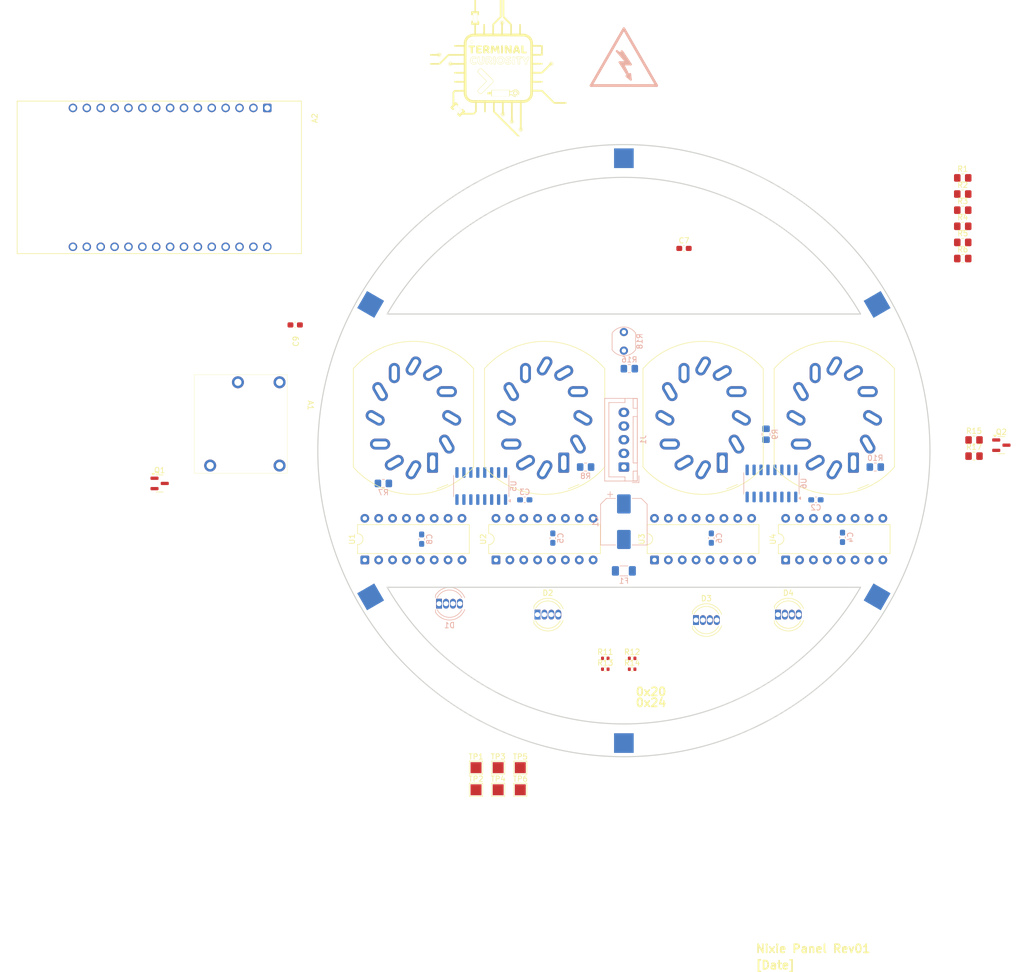
<source format=kicad_pcb>
(kicad_pcb (version 20241229) (generator "pcbnew") (generator_version "9.0")
  (layers (0 "F.Cu" signal) (2 "B.Cu" signal) (13 "F.Paste" user) (15 "B.Paste" user) (5 "F.SilkS" user "F.Silkscreen") (7 "B.SilkS" user "B.Silkscreen") (1 "F.Mask" user) (3 "B.Mask" user) (25 "Edge.Cuts" user))
  (net 0 "")
  (net 1 "+5V")
  (net 2 "GND")
  (net 3 "/Tube Pair HH/+170V")
  (net 4 "Net-(Q1-D)")
  (net 6 "+3.3V")
  (net 7 "/I2C_SCL1")
  (net 14 "Net-(A2-GPIO32)")
  (net 17 "/INT2")
  (net 19 "/I2C_SDA2")
  (net 23 "/I2C_SCL2")
  (net 24 "/I2C_SDA1")
  (net 29 "Net-(A2-GPIO23)")
  (net 31 "/5V_IN")
  (net 32 "Net-(N4-V+)")
  (net 35 "Net-(D1-DOUT)")
  (net 36 "Net-(D1-DIN)")
  (net 37 "Net-(D2-DOUT)")
  (net 38 "Net-(D3-DOUT)")
  (net 40 "Net-(N1-'3')")
  (net 41 "Net-(N1-'5')")
  (net 42 "Net-(N1-V+)")
  (net 43 "Net-(N1-'8')")
  (net 44 "Net-(N1-'4')")
  (net 45 "Net-(N1-'7')")
  (net 46 "Net-(N1-'0')")
  (net 47 "Net-(N1-'9')")
  (net 48 "Net-(N1-'1')")
  (net 49 "Net-(N1-'6')")
  (net 50 "Net-(N1-'2')")
  (net 52 "Net-(N2-'7')")
  (net 53 "Net-(N2-'2')")
  (net 54 "Net-(N2-'4')")
  (net 56 "Net-(N2-V+)")
  (net 57 "Net-(N2-'3')")
  (net 58 "Net-(N2-'5')")
  (net 59 "Net-(N2-'6')")
  (net 60 "Net-(N2-'0')")
  (net 61 "Net-(N2-'8')")
  (net 62 "Net-(N2-'1')")
  (net 63 "Net-(N2-'9')")
  (net 64 "Net-(N3-'6')")
  (net 65 "Net-(N3-'7')")
  (net 67 "Net-(N3-V+)")
  (net 68 "Net-(N3-'5')")
  (net 69 "Net-(N3-'0')")
  (net 70 "Net-(N3-'3')")
  (net 71 "Net-(N3-'9')")
  (net 72 "Net-(N3-'1')")
  (net 73 "Net-(N3-'4')")
  (net 74 "Net-(N3-'2')")
  (net 75 "Net-(N3-'8')")
  (net 76 "Net-(N4-'5')")
  (net 77 "Net-(N4-'7')")
  (net 78 "Net-(N4-'6')")
  (net 79 "Net-(N4-'4')")
  (net 80 "Net-(N4-'1')")
  (net 81 "Net-(N4-'8')")
  (net 82 "Net-(N4-'0')")
  (net 83 "Net-(N4-'2')")
  (net 84 "Net-(N4-'9')")
  (net 85 "Net-(N4-'3')")
  (net 86 "Net-(U1-D)")
  (net 87 "Net-(U1-A)")
  (net 88 "Net-(U1-C)")
  (net 89 "Net-(U1-B)")
  (net 90 "Net-(U2-D)")
  (net 91 "Net-(U2-B)")
  (net 92 "Net-(U2-C)")
  (net 93 "Net-(U2-A)")
  (net 94 "Net-(U3-A)")
  (net 95 "Net-(U3-D)")
  (net 96 "Net-(U3-C)")
  (net 97 "Net-(U3-B)")
  (net 98 "Net-(U4-A)")
  (net 99 "Net-(U4-D)")
  (net 100 "Net-(U4-C)")
  (net 101 "Net-(U4-B)")
  (net 103 "Net-(U5-A2)")
  (net 104 "Net-(U6-A2)")
  (net 105 "/LED-Data_3V3")
  (net 106 "/LED-Data_5V")
  (footprint "TerminalCuriosityFootprints:in-12_nixie-tube" (layer "F.Cu") (at 144.5 94)
    (property "Reference" "N3" (hide yes))
    (property "Value" "TUBE_IN-12A_Nixie" (hide yes))
    (pad "" np_thru_hole circle (at 0 0) (size 0.1 0.1) (drill 6.5) (layers "*.Cu" "*.Mask"))
    (pad "1" thru_hole roundrect (at 3.5 8.2) (size 2 3.7) (drill oval 1 2.7) (layers "*.Cu" "*.Mask") (roundrect_rratio 0.125) (net 67 "Net-(N3-V+)"))
    (pad "2" thru_hole oval (at 6.1 4.8 30) (size 2 3.7) (drill oval 1 2.7) (layers "*.Cu" "*.Mask") (net 69 "Net-(N3-'0')"))
    (pad "3" thru_hole oval (at 7 0 60) (size 2 3.7) (drill oval 1 2.7) (layers "*.Cu" "*.Mask") (net 71 "Net-(N3-'9')"))
    (pad "4" thru_hole oval (at 6.1 -4.8 90) (size 2 3.7) (drill oval 1 2.7) (layers "*.Cu" "*.Mask") (net 75 "Net-(N3-'8')"))
    (pad "5" thru_hole oval (at 3.5 -8.2 120) (size 2 3.7) (drill oval 1 2.7) (layers "*.Cu" "*.Mask") (net 65 "Net-(N3-'7')"))
    (pad "6" thru_hole oval (at 0 -9.5 150) (size 2 3.7) (drill oval 1 2.7) (layers "*.Cu" "*.Mask") (net 64 "Net-(N3-'6')"))
    (pad "7" thru_hole oval (at -3.5 -8.2) (size 2 3.7) (drill oval 1 2.7) (layers "*.Cu" "*.Mask") (net 68 "Net-(N3-'5')"))
    (pad "8" thru_hole oval (at -6.1 -4.8 30) (size 2 3.7) (drill oval 1 2.7) (layers "*.Cu" "*.Mask") (net 73 "Net-(N3-'4')"))
    (pad "9" thru_hole oval (at -7 0 60) (size 2 3.7) (drill oval 1 2.7) (layers "*.Cu" "*.Mask") (net 70 "Net-(N3-'3')"))
    (pad "10" thru_hole oval (at -6.1 4.8 90) (size 2 3.7) (drill oval 1 2.7) (layers "*.Cu" "*.Mask") (net 74 "Net-(N3-'2')"))
    (pad "11" thru_hole oval (at -3.5 8.2 120) (size 2 3.7) (drill oval 1 2.7) (layers "*.Cu" "*.Mask") (net 72 "Net-(N3-'1')"))
    (pad "12" thru_hole oval (at 0 9.5 150) (size 2 3.7) (drill oval 1 2.7) (layers "*.Cu" "*.Mask"))
  )
  (footprint "Package_DIP:DIP-16_W7.62mm" (layer "F.Cu") (at 82.6 120 90)
    (property "Reference" "U1" (at 3.81 -2.33 90) (layer "F.SilkS"))
    (property "Value" "K155ID1")
    (pad "1" thru_hole roundrect (at 0 0 90) (size 1.6 1.6) (drill 0.8) (layers "*.Cu" "*.Mask") (roundrect_rratio 0.15625) (net 47 "Net-(N1-'9')"))
    (pad "2" thru_hole circle (at 0 2.54 90) (size 1.6 1.6) (drill 0.8) (layers "*.Cu" "*.Mask") (net 46 "Net-(N1-'0')"))
    (pad "3" thru_hole circle (at 0 5.08 90) (size 1.6 1.6) (drill 0.8) (layers "*.Cu" "*.Mask") (net 87 "Net-(U1-A)"))
    (pad "4" thru_hole circle (at 0 7.62 90) (size 1.6 1.6) (drill 0.8) (layers "*.Cu" "*.Mask") (net 86 "Net-(U1-D)"))
    (pad "5" thru_hole circle (at 0 10.16 90) (size 1.6 1.6) (drill 0.8) (layers "*.Cu" "*.Mask") (net 1 "+5V"))
    (pad "6" thru_hole circle (at 0 12.7 90) (size 1.6 1.6) (drill 0.8) (layers "*.Cu" "*.Mask") (net 89 "Net-(U1-B)"))
    (pad "7" thru_hole circle (at 0 15.24 90) (size 1.6 1.6) (drill 0.8) (layers "*.Cu" "*.Mask") (net 88 "Net-(U1-C)"))
    (pad "8" thru_hole circle (at 0 17.78 90) (size 1.6 1.6) (drill 0.8) (layers "*.Cu" "*.Mask") (net 40 "Net-(N1-'3')"))
    (pad "9" thru_hole circle (at 7.62 17.78 90) (size 1.6 1.6) (drill 0.8) (layers "*.Cu" "*.Mask") (net 44 "Net-(N1-'4')"))
    (pad "10" thru_hole circle (at 7.62 15.24 90) (size 1.6 1.6) (drill 0.8) (layers "*.Cu" "*.Mask") (net 43 "Net-(N1-'8')"))
    (pad "11" thru_hole circle (at 7.62 12.7 90) (size 1.6 1.6) (drill 0.8) (layers "*.Cu" "*.Mask") (net 45 "Net-(N1-'7')"))
    (pad "12" thru_hole circle (at 7.62 10.16 90) (size 1.6 1.6) (drill 0.8) (layers "*.Cu" "*.Mask") (net 2 "GND"))
    (pad "13" thru_hole circle (at 7.62 7.62 90) (size 1.6 1.6) (drill 0.8) (layers "*.Cu" "*.Mask") (net 41 "Net-(N1-'5')"))
    (pad "14" thru_hole circle (at 7.62 5.08 90) (size 1.6 1.6) (drill 0.8) (layers "*.Cu" "*.Mask") (net 49 "Net-(N1-'6')"))
    (pad "15" thru_hole circle (at 7.62 2.54 90) (size 1.6 1.6) (drill 0.8) (layers "*.Cu" "*.Mask") (net 50 "Net-(N1-'2')"))
    (pad "16" thru_hole circle (at 7.62 0 90) (size 1.6 1.6) (drill 0.8) (layers "*.Cu" "*.Mask") (net 48 "Net-(N1-'1')"))
  )
  (footprint "TerminalCuriosityFootprints:in-12_nixie-tube" (layer "F.Cu") (at 91.5 94)
    (property "Reference" "N1" (hide yes))
    (property "Value" "TUBE_IN-12A_Nixie" (hide yes))
    (pad "" np_thru_hole circle (at 0 0) (size 0.1 0.1) (drill 6.5) (layers "*.Cu" "*.Mask"))
    (pad "1" thru_hole roundrect (at 3.5 8.2) (size 2 3.7) (drill oval 1 2.7) (layers "*.Cu" "*.Mask") (roundrect_rratio 0.125) (net 42 "Net-(N1-V+)"))
    (pad "2" thru_hole oval (at 6.1 4.8 30) (size 2 3.7) (drill oval 1 2.7) (layers "*.Cu" "*.Mask") (net 46 "Net-(N1-'0')"))
    (pad "3" thru_hole oval (at 7 0 60) (size 2 3.7) (drill oval 1 2.7) (layers "*.Cu" "*.Mask") (net 47 "Net-(N1-'9')"))
    (pad "4" thru_hole oval (at 6.1 -4.8 90) (size 2 3.7) (drill oval 1 2.7) (layers "*.Cu" "*.Mask") (net 43 "Net-(N1-'8')"))
    (pad "5" thru_hole oval (at 3.5 -8.2 120) (size 2 3.7) (drill oval 1 2.7) (layers "*.Cu" "*.Mask") (net 45 "Net-(N1-'7')"))
    (pad "6" thru_hole oval (at 0 -9.5 150) (size 2 3.7) (drill oval 1 2.7) (layers "*.Cu" "*.Mask") (net 49 "Net-(N1-'6')"))
    (pad "7" thru_hole oval (at -3.5 -8.2) (size 2 3.7) (drill oval 1 2.7) (layers "*.Cu" "*.Mask") (net 41 "Net-(N1-'5')"))
    (pad "8" thru_hole oval (at -6.1 -4.8 30) (size 2 3.7) (drill oval 1 2.7) (layers "*.Cu" "*.Mask") (net 44 "Net-(N1-'4')"))
    (pad "9" thru_hole oval (at -7 0 60) (size 2 3.7) (drill oval 1 2.7) (layers "*.Cu" "*.Mask") (net 40 "Net-(N1-'3')"))
    (pad "10" thru_hole oval (at -6.1 4.8 90) (size 2 3.7) (drill oval 1 2.7) (layers "*.Cu" "*.Mask") (net 50 "Net-(N1-'2')"))
    (pad "11" thru_hole oval (at -3.5 8.2 120) (size 2 3.7) (drill oval 1 2.7) (layers "*.Cu" "*.Mask") (net 48 "Net-(N1-'1')"))
    (pad "12" thru_hole oval (at 0 9.5 150) (size 2 3.7) (drill oval 1 2.7) (layers "*.Cu" "*.Mask"))
  )
  (footprint "Capacitor_SMD:C_0603_1608Metric_Pad1.08x0.95mm_HandSolder" (layer "F.Cu") (at 69.8625 77)
    (property "Reference" "C9" (at 0.1375 3 90) (layer "F.SilkS"))
    (property "Value" "100nF")
    (pad "1" smd roundrect (at -0.8625 0) (size 1.075 0.95) (layers "F.Cu" "F.Mask" "F.Paste") (net 1 "+5V"))
    (pad "2" smd roundrect (at 0.8625 0) (size 1.075 0.95) (layers "F.Cu" "F.Mask" "F.Paste") (net 2 "GND"))
  )
  (footprint "Resistor_SMD:R_0805_2012Metric_Pad1.20x1.40mm_HandSolder" (layer "F.Cu") (at 194.0625 101)
    (property "Reference" "R17" (at 0 -1.65 0) (layer "F.SilkS"))
    (property "Value" "10k")
    (pad "1" smd roundrect (at -1 0) (size 1.2 1.4) (layers "F.Cu" "F.Mask" "F.Paste") (roundrect_rratio 0.208333) (net 6 "+3.3V"))
    (pad "2" smd roundrect (at 1 0) (size 1.2 1.4) (layers "F.Cu" "F.Mask" "F.Paste") (roundrect_rratio 0.208333) (net 105 "/LED-Data_3V3"))
  )
  (footprint "Resistor_SMD:R_0805_2012Metric_Pad1.20x1.40mm_HandSolder" (layer "F.Cu") (at 192 53.05)
    (property "Reference" "R2" (at 0 -1.65 0) (layer "F.SilkS"))
    (property "Value" "4.7K")
    (pad "1" smd roundrect (at -1 0) (size 1.2 1.4) (layers "F.Cu" "F.Mask" "F.Paste") (roundrect_rratio 0.208333) (net 6 "+3.3V"))
    (pad "2" smd roundrect (at 1 0) (size 1.2 1.4) (layers "F.Cu" "F.Mask" "F.Paste") (roundrect_rratio 0.208333) (net 24 "/I2C_SDA1"))
  )
  (footprint "TerminalCuriosityFootprints:in-12_nixie-tube" (layer "F.Cu") (at 115.5 94)
    (property "Reference" "N2" (hide yes))
    (property "Value" "TUBE_IN-12A_Nixie" (hide yes))
    (pad "" np_thru_hole circle (at 0 0) (size 0.1 0.1) (drill 6.5) (layers "*.Cu" "*.Mask"))
    (pad "1" thru_hole roundrect (at 3.5 8.2) (size 2 3.7) (drill oval 1 2.7) (layers "*.Cu" "*.Mask") (roundrect_rratio 0.125) (net 56 "Net-(N2-V+)"))
    (pad "2" thru_hole oval (at 6.1 4.8 30) (size 2 3.7) (drill oval 1 2.7) (layers "*.Cu" "*.Mask") (net 60 "Net-(N2-'0')"))
    (pad "3" thru_hole oval (at 7 0 60) (size 2 3.7) (drill oval 1 2.7) (layers "*.Cu" "*.Mask") (net 63 "Net-(N2-'9')"))
    (pad "4" thru_hole oval (at 6.1 -4.8 90) (size 2 3.7) (drill oval 1 2.7) (layers "*.Cu" "*.Mask") (net 61 "Net-(N2-'8')"))
    (pad "5" thru_hole oval (at 3.5 -8.2 120) (size 2 3.7) (drill oval 1 2.7) (layers "*.Cu" "*.Mask") (net 52 "Net-(N2-'7')"))
    (pad "6" thru_hole oval (at 0 -9.5 150) (size 2 3.7) (drill oval 1 2.7) (layers "*.Cu" "*.Mask") (net 59 "Net-(N2-'6')"))
    (pad "7" thru_hole oval (at -3.5 -8.2) (size 2 3.7) (drill oval 1 2.7) (layers "*.Cu" "*.Mask") (net 58 "Net-(N2-'5')"))
    (pad "8" thru_hole oval (at -6.1 -4.8 30) (size 2 3.7) (drill oval 1 2.7) (layers "*.Cu" "*.Mask") (net 54 "Net-(N2-'4')"))
    (pad "9" thru_hole oval (at -7 0 60) (size 2 3.7) (drill oval 1 2.7) (layers "*.Cu" "*.Mask") (net 57 "Net-(N2-'3')"))
    (pad "10" thru_hole oval (at -6.1 4.8 90) (size 2 3.7) (drill oval 1 2.7) (layers "*.Cu" "*.Mask") (net 53 "Net-(N2-'2')"))
    (pad "11" thru_hole oval (at -3.5 8.2 120) (size 2 3.7) (drill oval 1 2.7) (layers "*.Cu" "*.Mask") (net 62 "Net-(N2-'1')"))
    (pad "12" thru_hole oval (at 0 9.5 150) (size 2 3.7) (drill oval 1 2.7) (layers "*.Cu" "*.Mask"))
  )
  (footprint "Resistor_SMD:R_0402_1005Metric" (layer "F.Cu") (at 131.51 139.99)
    (property "Reference" "R14" (at 0 -1.17 0) (layer "F.SilkS"))
    (property "Value" "0R Netlink")
    (pad "1" smd roundrect (at -0.51 0) (size 0.54 0.64) (layers "F.Cu" "F.Mask" "F.Paste") (net 104 "Net-(U6-A2)"))
    (pad "2" smd roundrect (at 0.51 0) (size 0.54 0.64) (layers "F.Cu" "F.Mask" "F.Paste") (net 2 "GND"))
  )
  (footprint "TestPoint:TestPoint_Pad_2.0x2.0mm" (layer "F.Cu") (at 107 162.05)
    (property "Reference" "TP4" (at 0 -1.998 0) (layer "F.SilkS"))
    (property "Value" "TestPoint")
    (pad "1" smd rect (at 0 0) (size 2 2) (layers "F.Cu" "F.Mask") (net 24 "/I2C_SDA1"))
  )
  (footprint "Package_DIP:DIP-16_W7.62mm" (layer "F.Cu") (at 135.6 120 90)
    (property "Reference" "U3" (at 3.81 -2.33 90) (layer "F.SilkS"))
    (property "Value" "K155ID1")
    (pad "1" thru_hole roundrect (at 0 0 90) (size 1.6 1.6) (drill 0.8) (layers "*.Cu" "*.Mask") (roundrect_rratio 0.15625) (net 71 "Net-(N3-'9')"))
    (pad "2" thru_hole circle (at 0 2.54 90) (size 1.6 1.6) (drill 0.8) (layers "*.Cu" "*.Mask") (net 69 "Net-(N3-'0')"))
    (pad "3" thru_hole circle (at 0 5.08 90) (size 1.6 1.6) (drill 0.8) (layers "*.Cu" "*.Mask") (net 94 "Net-(U3-A)"))
    (pad "4" thru_hole circle (at 0 7.62 90) (size 1.6 1.6) (drill 0.8) (layers "*.Cu" "*.Mask") (net 95 "Net-(U3-D)"))
    (pad "5" thru_hole circle (at 0 10.16 90) (size 1.6 1.6) (drill 0.8) (layers "*.Cu" "*.Mask") (net 1 "+5V"))
    (pad "6" thru_hole circle (at 0 12.7 90) (size 1.6 1.6) (drill 0.8) (layers "*.Cu" "*.Mask") (net 97 "Net-(U3-B)"))
    (pad "7" thru_hole circle (at 0 15.24 90) (size 1.6 1.6) (drill 0.8) (layers "*.Cu" "*.Mask") (net 96 "Net-(U3-C)"))
    (pad "8" thru_hole circle (at 0 17.78 90) (size 1.6 1.6) (drill 0.8) (layers "*.Cu" "*.Mask") (net 70 "Net-(N3-'3')"))
    (pad "9" thru_hole circle (at 7.62 17.78 90) (size 1.6 1.6) (drill 0.8) (layers "*.Cu" "*.Mask") (net 73 "Net-(N3-'4')"))
    (pad "10" thru_hole circle (at 7.62 15.24 90) (size 1.6 1.6) (drill 0.8) (layers "*.Cu" "*.Mask") (net 75 "Net-(N3-'8')"))
    (pad "11" thru_hole circle (at 7.62 12.7 90) (size 1.6 1.6) (drill 0.8) (layers "*.Cu" "*.Mask") (net 65 "Net-(N3-'7')"))
    (pad "12" thru_hole circle (at 7.62 10.16 90) (size 1.6 1.6) (drill 0.8) (layers "*.Cu" "*.Mask") (net 2 "GND"))
    (pad "13" thru_hole circle (at 7.62 7.62 90) (size 1.6 1.6) (drill 0.8) (layers "*.Cu" "*.Mask") (net 68 "Net-(N3-'5')"))
    (pad "14" thru_hole circle (at 7.62 5.08 90) (size 1.6 1.6) (drill 0.8) (layers "*.Cu" "*.Mask") (net 64 "Net-(N3-'6')"))
    (pad "15" thru_hole circle (at 7.62 2.54 90) (size 1.6 1.6) (drill 0.8) (layers "*.Cu" "*.Mask") (net 74 "Net-(N3-'2')"))
    (pad "16" thru_hole circle (at 7.62 0 90) (size 1.6 1.6) (drill 0.8) (layers "*.Cu" "*.Mask") (net 72 "Net-(N3-'1')"))
  )
  (footprint "TestPoint:TestPoint_Pad_2.0x2.0mm" (layer "F.Cu") (at 111.05 162.05)
    (property "Reference" "TP6" (at 0 -1.998 0) (layer "F.SilkS"))
    (property "Value" "TestPoint")
    (pad "1" smd rect (at 0 0) (size 2 2) (layers "F.Cu" "F.Mask") (net 2 "GND"))
  )
  (footprint "LED_THT:LED_D5.0mm-4_RGB" (layer "F.Cu") (at 143.19 131)
    (property "Reference" "D3" (at 1.905 -3.96 0) (layer "F.SilkS"))
    (property "Value" "LED_IN-RGB-PL9823")
    (pad "1" thru_hole rect (at 0 0) (size 1.07 1.8) (drill 0.9) (layers "*.Cu" "*.Mask") (net 2 "GND"))
    (pad "2" thru_hole oval (at 1.27 0) (size 1.07 1.8) (drill 0.9) (layers "*.Cu" "*.Mask") (net 38 "Net-(D3-DOUT)"))
    (pad "3" thru_hole oval (at 2.54 0) (size 1.07 1.8) (drill 0.9) (layers "*.Cu" "*.Mask") (net 1 "+5V"))
    (pad "4" thru_hole oval (at 3.81 0) (size 1.07 1.8) (drill 0.9) (layers "*.Cu" "*.Mask") (net 37 "Net-(D2-DOUT)"))
  )
  (footprint "Resistor_SMD:R_0805_2012Metric_Pad1.20x1.40mm_HandSolder" (layer "F.Cu") (at 194.0625 98.05)
    (property "Reference" "R15" (at 0 -1.65 0) (layer "F.SilkS"))
    (property "Value" "10k")
    (pad "1" smd roundrect (at -1 0) (size 1.2 1.4) (layers "F.Cu" "F.Mask" "F.Paste") (roundrect_rratio 0.208333) (net 1 "+5V"))
    (pad "2" smd roundrect (at 1 0) (size 1.2 1.4) (layers "F.Cu" "F.Mask" "F.Paste") (roundrect_rratio 0.208333) (net 106 "/LED-Data_5V"))
  )
  (footprint "Package_TO_SOT_SMD:SOT-23" (layer "F.Cu") (at 199.0625 99)
    (property "Reference" "Q2" (at 0 -2.4 0) (layer "F.SilkS"))
    (property "Value" "IRLML6244")
    (pad "1" smd roundrect (at -0.9375 -0.95) (size 1.475 0.6) (layers "F.Cu" "F.Mask" "F.Paste") (net 6 "+3.3V"))
    (pad "2" smd roundrect (at -0.9375 0.95) (size 1.475 0.6) (layers "F.Cu" "F.Mask" "F.Paste") (net 105 "/LED-Data_3V3"))
    (pad "3" smd roundrect (at 0.9375 0) (size 1.475 0.6) (layers "F.Cu" "F.Mask" "F.Paste") (net 106 "/LED-Data_5V"))
  )
  (footprint "LED_THT:LED_D5.0mm-4_RGB" (layer "F.Cu") (at 158.19 130)
    (property "Reference" "D4" (at 1.905 -3.96 0) (layer "F.SilkS"))
    (property "Value" "LED_IN-RGB-PL9823")
    (pad "1" thru_hole rect (at 0 0) (size 1.07 1.8) (drill 0.9) (layers "*.Cu" "*.Mask") (net 2 "GND"))
    (pad "2" thru_hole oval (at 1.27 0) (size 1.07 1.8) (drill 0.9) (layers "*.Cu" "*.Mask"))
    (pad "3" thru_hole oval (at 2.54 0) (size 1.07 1.8) (drill 0.9) (layers "*.Cu" "*.Mask") (net 1 "+5V"))
    (pad "4" thru_hole oval (at 3.81 0) (size 1.07 1.8) (drill 0.9) (layers "*.Cu" "*.Mask") (net 38 "Net-(D3-DOUT)"))
  )
  (footprint "TerminalCuriosityFootprints:MODULE_ESP32-DEVKITC-32D" (layer "F.Cu") (at 45 50 -90)
    (property "Reference" "A2" (at -10.829175 -28.446045 90) (layer "F.SilkS") (effects (font (size 1.000386 1.000386))))
    (property "Value" "IC_ESP32-WROOM-32_DEVKIT")
    (pad "" np_thru_hole circle (at -11.6 -23.6 270) (size 0.001 0.001) (drill 3.4) (layers "*.Mask"))
    (pad "" np_thru_hole circle (at -11.6 23.6 270) (size 0.001 0.001) (drill 3.4) (layers "*.Mask"))
    (pad "" np_thru_hole circle (at 11.6 -23.6 270) (size 0.001 0.001) (drill 3.4) (layers "*.Mask"))
    (pad "" np_thru_hole circle (at 11.6 23.6 270) (size 0.001 0.001) (drill 3.4) (layers "*.Mask"))
    (pad "1" thru_hole roundrect (at -12.7 -19.76 270) (size 1.56 1.56) (drill 1.04) (layers "*.Cu" "*.Mask") (roundrect_rratio 0.1602564103))
    (pad "2" thru_hole circle (at -12.7 -17.22 270) (size 1.56 1.56) (drill 1.04) (layers "*.Cu" "*.Mask"))
    (pad "3" thru_hole circle (at -12.7 -14.68 270) (size 1.56 1.56) (drill 1.04) (layers "*.Cu" "*.Mask"))
    (pad "4" thru_hole circle (at -12.7 -12.14 270) (size 1.56 1.56) (drill 1.04) (layers "*.Cu" "*.Mask") (net 17 "/INT2"))
    (pad "5" thru_hole circle (at -12.7 -9.6 270) (size 1.56 1.56) (drill 1.04) (layers "*.Cu" "*.Mask"))
    (pad "6" thru_hole circle (at -12.7 -7.06 270) (size 1.56 1.56) (drill 1.04) (layers "*.Cu" "*.Mask") (net 14 "Net-(A2-GPIO32)"))
    (pad "7" thru_hole circle (at -12.7 -4.52 270) (size 1.56 1.56) (drill 1.04) (layers "*.Cu" "*.Mask"))
    (pad "8" thru_hole circle (at -12.7 -1.98 270) (size 1.56 1.56) (drill 1.04) (layers "*.Cu" "*.Mask"))
    (pad "9" thru_hole circle (at -12.7 0.56 270) (size 1.56 1.56) (drill 1.04) (layers "*.Cu" "*.Mask"))
    (pad "10" thru_hole circle (at -12.7 3.1 270) (size 1.56 1.56) (drill 1.04) (layers "*.Cu" "*.Mask"))
    (pad "11" thru_hole circle (at -12.7 5.64 270) (size 1.56 1.56) (drill 1.04) (layers "*.Cu" "*.Mask"))
    (pad "12" thru_hole circle (at -12.7 8.18 270) (size 1.56 1.56) (drill 1.04) (layers "*.Cu" "*.Mask"))
    (pad "13" thru_hole circle (at -12.7 10.72 270) (size 1.56 1.56) (drill 1.04) (layers "*.Cu" "*.Mask"))
    (pad "14" thru_hole circle (at -12.7 13.26 270) (size 1.56 1.56) (drill 1.04) (layers "*.Cu" "*.Mask") (net 2 "GND"))
    (pad "15" thru_hole circle (at -12.7 15.8 270) (size 1.56 1.56) (drill 1.04) (layers "*.Cu" "*.Mask") (net 1 "+5V"))
    (pad "16" thru_hole circle (at 12.7 15.8 270) (size 1.56 1.56) (drill 1.04) (layers "*.Cu" "*.Mask") (net 6 "+3.3V"))
    (pad "17" thru_hole circle (at 12.7 13.26 270) (size 1.56 1.56) (drill 1.04) (layers "*.Cu" "*.Mask") (net 2 "GND"))
    (pad "18" thru_hole circle (at 12.7 10.72 270) (size 1.56 1.56) (drill 1.04) (layers "*.Cu" "*.Mask"))
    (pad "19" thru_hole circle (at 12.7 8.18 270) (size 1.56 1.56) (drill 1.04) (layers "*.Cu" "*.Mask"))
    (pad "20" thru_hole circle (at 12.7 5.64 270) (size 1.56 1.56) (drill 1.04) (layers "*.Cu" "*.Mask") (net 105 "/LED-Data_3V3"))
    (pad "21" thru_hole circle (at 12.7 3.1 270) (size 1.56 1.56) (drill 1.04) (layers "*.Cu" "*.Mask"))
    (pad "22" thru_hole circle (at 12.7 0.56 270) (size 1.56 1.56) (drill 1.04) (layers "*.Cu" "*.Mask"))
    (pad "23" thru_hole circle (at 12.7 -1.98 270) (size 1.56 1.56) (drill 1.04) (layers "*.Cu" "*.Mask") (net 19 "/I2C_SDA2"))
    (pad "24" thru_hole circle (at 12.7 -4.52 270) (size 1.56 1.56) (drill 1.04) (layers "*.Cu" "*.Mask") (net 23 "/I2C_SCL2"))
    (pad "25" thru_hole circle (at 12.7 -7.06 270) (size 1.56 1.56) (drill 1.04) (layers "*.Cu" "*.Mask"))
    (pad "26" thru_hole circle (at 12.7 -9.6 270) (size 1.56 1.56) (drill 1.04) (layers "*.Cu" "*.Mask") (net 24 "/I2C_SDA1"))
    (pad "27" thru_hole circle (at 12.7 -12.14 270) (size 1.56 1.56) (drill 1.04) (layers "*.Cu" "*.Mask"))
    (pad "28" thru_hole circle (at 12.7 -14.68 270) (size 1.56 1.56) (drill 1.04) (layers "*.Cu" "*.Mask"))
    (pad "29" thru_hole circle (at 12.7 -17.22 270) (size 1.56 1.56) (drill 1.04) (layers "*.Cu" "*.Mask") (net 7 "/I2C_SCL1"))
    (pad "30" thru_hole circle (at 12.7 -19.76 270) (size 1.56 1.56) (drill 1.04) (layers "*.Cu" "*.Mask") (net 29 "Net-(A2-GPIO23)"))
  )
  (footprint "Resistor_SMD:R_0805_2012Metric_Pad1.20x1.40mm_HandSolder" (layer "F.Cu") (at 192 64.85)
    (property "Reference" "R6" (at 0 -1.65 0) (layer "F.SilkS"))
    (property "Value" "4.7K")
    (pad "1" smd roundrect (at -1 0) (size 1.2 1.4) (layers "F.Cu" "F.Mask" "F.Paste") (roundrect_rratio 0.208333) (net 6 "+3.3V"))
    (pad "2" smd roundrect (at 1 0) (size 1.2 1.4) (layers "F.Cu" "F.Mask" "F.Paste") (roundrect_rratio 0.208333) (net 23 "/I2C_SCL2"))
  )
  (footprint "Resistor_SMD:R_0402_1005Metric" (layer "F.Cu") (at 126.6 138)
    (property "Reference" "R11" (at 0 -1.17 0) (layer "F.SilkS"))
    (property "Value" "0R Netlink")
    (pad "1" smd roundrect (at -0.51 0) (size 0.54 0.64) (layers "F.Cu" "F.Mask" "F.Paste") (net 1 "+5V"))
    (pad "2" smd roundrect (at 0.51 0) (size 0.54 0.64) (layers "F.Cu" "F.Mask" "F.Paste") (net 103 "Net-(U5-A2)"))
  )
  (footprint "Resistor_SMD:R_0805_2012Metric_Pad1.20x1.40mm_HandSolder" (layer "F.Cu") (at 192 56)
    (property "Reference" "R3" (at 0 -1.65 0) (layer "F.SilkS"))
    (property "Value" "470R")
    (pad "1" smd roundrect (at -1 0) (size 1.2 1.4) (layers "F.Cu" "F.Mask" "F.Paste") (roundrect_rratio 0.208333) (net 106 "/LED-Data_5V"))
    (pad "2" smd roundrect (at 1 0) (size 1.2 1.4) (layers "F.Cu" "F.Mask" "F.Paste") (roundrect_rratio 0.208333) (net 36 "Net-(D1-DIN)"))
  )
  (footprint "TestPoint:TestPoint_Pad_2.0x2.0mm" (layer "F.Cu") (at 102.95 162.05)
    (property "Reference" "TP2" (at 0 -1.998 0) (layer "F.SilkS"))
    (property "Value" "TestPoint")
    (pad "1" smd rect (at 0 0) (size 2 2) (layers "F.Cu" "F.Mask") (net 6 "+3.3V"))
  )
  (footprint "TerminalCuriosityFootprints:in-12_nixie-tube" (layer "F.Cu") (at 168.5 94)
    (property "Reference" "N4" (hide yes))
    (property "Value" "TUBE_IN-12A_Nixie" (hide yes))
    (pad "" np_thru_hole circle (at 0 0) (size 0.1 0.1) (drill 6.5) (layers "*.Cu" "*.Mask"))
    (pad "1" thru_hole roundrect (at 3.5 8.2) (size 2 3.7) (drill oval 1 2.7) (layers "*.Cu" "*.Mask") (roundrect_rratio 0.125) (net 32 "Net-(N4-V+)"))
    (pad "2" thru_hole oval (at 6.1 4.8 30) (size 2 3.7) (drill oval 1 2.7) (layers "*.Cu" "*.Mask") (net 82 "Net-(N4-'0')"))
    (pad "3" thru_hole oval (at 7 0 60) (size 2 3.7) (drill oval 1 2.7) (layers "*.Cu" "*.Mask") (net 84 "Net-(N4-'9')"))
    (pad "4" thru_hole oval (at 6.1 -4.8 90) (size 2 3.7) (drill oval 1 2.7) (layers "*.Cu" "*.Mask") (net 81 "Net-(N4-'8')"))
    (pad "5" thru_hole oval (at 3.5 -8.2 120) (size 2 3.7) (drill oval 1 2.7) (layers "*.Cu" "*.Mask") (net 77 "Net-(N4-'7')"))
    (pad "6" thru_hole oval (at 0 -9.5 150) (size 2 3.7) (drill oval 1 2.7) (layers "*.Cu" "*.Mask") (net 78 "Net-(N4-'6')"))
    (pad "7" thru_hole oval (at -3.5 -8.2) (size 2 3.7) (drill oval 1 2.7) (layers "*.Cu" "*.Mask") (net 76 "Net-(N4-'5')"))
    (pad "8" thru_hole oval (at -6.1 -4.8 30) (size 2 3.7) (drill oval 1 2.7) (layers "*.Cu" "*.Mask") (net 79 "Net-(N4-'4')"))
    (pad "9" thru_hole oval (at -7 0 60) (size 2 3.7) (drill oval 1 2.7) (layers "*.Cu" "*.Mask") (net 85 "Net-(N4-'3')"))
    (pad "10" thru_hole oval (at -6.1 4.8 90) (size 2 3.7) (drill oval 1 2.7) (layers "*.Cu" "*.Mask") (net 83 "Net-(N4-'2')"))
    (pad "11" thru_hole oval (at -3.5 8.2 120) (size 2 3.7) (drill oval 1 2.7) (layers "*.Cu" "*.Mask") (net 80 "Net-(N4-'1')"))
    (pad "12" thru_hole oval (at 0 9.5 150) (size 2 3.7) (drill oval 1 2.7) (layers "*.Cu" "*.Mask"))
  )
  (footprint "Resistor_SMD:R_0805_2012Metric_Pad1.20x1.40mm_HandSolder" (layer "F.Cu") (at 192 61.9)
    (property "Reference" "R5" (at 0 -1.65 0) (layer "F.SilkS"))
    (property "Value" "4.7K")
    (pad "1" smd roundrect (at -1 0) (size 1.2 1.4) (layers "F.Cu" "F.Mask" "F.Paste") (roundrect_rratio 0.208333) (net 6 "+3.3V"))
    (pad "2" smd roundrect (at 1 0) (size 1.2 1.4) (layers "F.Cu" "F.Mask" "F.Paste") (roundrect_rratio 0.208333) (net 19 "/I2C_SDA2"))
  )
  (footprint "Capacitor_SMD:C_0603_1608Metric_Pad1.08x0.95mm_HandSolder" (layer "F.Cu") (at 141 63)
    (property "Reference" "C7" (at 0 -1.43 0) (layer "F.SilkS"))
    (property "Value" "100nF")
    (pad "1" smd roundrect (at -0.8625 0) (size 1.075 0.95) (layers "F.Cu" "F.Mask" "F.Paste") (net 1 "+5V"))
    (pad "2" smd roundrect (at 0.8625 0) (size 1.075 0.95) (layers "F.Cu" "F.Mask" "F.Paste") (net 2 "GND"))
  )
  (footprint "LED_THT:LED_D5.0mm-4_RGB" (layer "F.Cu") (at 114.19 130)
    (property "Reference" "D2" (at 1.905 -3.96 0) (layer "F.SilkS"))
    (property "Value" "LED_IN-RGB-PL9823")
    (pad "1" thru_hole rect (at 0 0) (size 1.07 1.8) (drill 0.9) (layers "*.Cu" "*.Mask") (net 2 "GND"))
    (pad "2" thru_hole oval (at 1.27 0) (size 1.07 1.8) (drill 0.9) (layers "*.Cu" "*.Mask") (net 37 "Net-(D2-DOUT)"))
    (pad "3" thru_hole oval (at 2.54 0) (size 1.07 1.8) (drill 0.9) (layers "*.Cu" "*.Mask") (net 1 "+5V"))
    (pad "4" thru_hole oval (at 3.81 0) (size 1.07 1.8) (drill 0.9) (layers "*.Cu" "*.Mask") (net 35 "Net-(D1-DOUT)"))
  )
  (footprint "TestPoint:TestPoint_Pad_2.0x2.0mm" (layer "F.Cu") (at 111.05 158)
    (property "Reference" "TP5" (at 0 -1.998 0) (layer "F.SilkS"))
    (property "Value" "TestPoint")
    (pad "1" smd rect (at 0 0) (size 2 2) (layers "F.Cu" "F.Mask") (net 2 "GND"))
  )
  (footprint "Resistor_SMD:R_0805_2012Metric_Pad1.20x1.40mm_HandSolder" (layer "F.Cu") (at 192 50.1)
    (property "Reference" "R1" (at 0 -1.65 0) (layer "F.SilkS"))
    (property "Value" "4.7K")
    (pad "1" smd roundrect (at -1 0) (size 1.2 1.4) (layers "F.Cu" "F.Mask" "F.Paste") (roundrect_rratio 0.208333) (net 6 "+3.3V"))
    (pad "2" smd roundrect (at 1 0) (size 1.2 1.4) (layers "F.Cu" "F.Mask" "F.Paste") (roundrect_rratio 0.208333) (net 7 "/I2C_SCL1"))
  )
  (footprint "TerminalCuriosityFootprints:NCH8200HV" (layer "F.Cu") (at 68.3875 86.1125 -90)
    (property "Reference" "A1" (at 5.588 -4.294 270) (layer "F.SilkS"))
    (property "Value" "ASSY_NCH8200HV")
    (pad "1" thru_hole circle (at 1.38 1.38 270) (size 2.2 2.2) (drill 1.3) (layers "*.Cu" "*.Mask") (net 1 "+5V"))
    (pad "2" thru_hole circle (at 1.38 9 270) (size 2.2 2.2) (drill 1.3) (layers "*.Cu" "*.Mask") (net 4 "Net-(Q1-D)"))
    (pad "3" thru_hole circle (at 16.62 1.38 270) (size 2.2 2.2) (drill 1.3) (layers "*.Cu" "*.Mask") (net 3 "/Tube Pair HH/+170V"))
    (pad "4" thru_hole circle (at 16.62 14.08 270) (size 2.2 2.2) (drill 1.3) (layers "*.Cu" "*.Mask") (net 2 "GND"))
  )
  (footprint "Package_DIP:DIP-16_W7.62mm" (layer "F.Cu") (at 159.6 120 90)
    (property "Reference" "U4" (at 3.81 -2.33 90) (layer "F.SilkS"))
    (property "Value" "K155ID1")
    (pad "1" thru_hole roundrect (at 0 0 90) (size 1.6 1.6) (drill 0.8) (layers "*.Cu" "*.Mask") (roundrect_rratio 0.15625) (net 84 "Net-(N4-'9')"))
    (pad "2" thru_hole circle (at 0 2.54 90) (size 1.6 1.6) (drill 0.8) (layers "*.Cu" "*.Mask") (net 82 "Net-(N4-'0')"))
    (pad "3" thru_hole circle (at 0 5.08 90) (size 1.6 1.6) (drill 0.8) (layers "*.Cu" "*.Mask") (net 98 "Net-(U4-A)"))
    (pad "4" thru_hole circle (at 0 7.62 90) (size 1.6 1.6) (drill 0.8) (layers "*.Cu" "*.Mask") (net 99 "Net-(U4-D)"))
    (pad "5" thru_hole circle (at 0 10.16 90) (size 1.6 1.6) (drill 0.8) (layers "*.Cu" "*.Mask") (net 1 "+5V"))
    (pad "6" thru_hole circle (at 0 12.7 90) (size 1.6 1.6) (drill 0.8) (layers "*.Cu" "*.Mask") (net 101 "Net-(U4-B)"))
    (pad "7" thru_hole circle (at 0 15.24 90) (size 1.6 1.6) (drill 0.8) (layers "*.Cu" "*.Mask") (net 100 "Net-(U4-C)"))
    (pad "8" thru_hole circle (at 0 17.78 90) (size 1.6 1.6) (drill 0.8) (layers "*.Cu" "*.Mask") (net 85 "Net-(N4-'3')"))
    (pad "9" thru_hole circle (at 7.62 17.78 90) (size 1.6 1.6) (drill 0.8) (layers "*.Cu" "*.Mask") (net 79 "Net-(N4-'4')"))
    (pad "10" thru_hole circle (at 7.62 15.24 90) (size 1.6 1.6) (drill 0.8) (layers "*.Cu" "*.Mask") (net 81 "Net-(N4-'8')"))
    (pad "11" thru_hole circle (at 7.62 12.7 90) (size 1.6 1.6) (drill 0.8) (layers "*.Cu" "*.Mask") (net 77 "Net-(N4-'7')"))
    (pad "12" thru_hole circle (at 7.62 10.16 90) (size 1.6 1.6) (drill 0.8) (layers "*.Cu" "*.Mask") (net 2 "GND"))
    (pad "13" thru_hole circle (at 7.62 7.62 90) (size 1.6 1.6) (drill 0.8) (layers "*.Cu" "*.Mask") (net 76 "Net-(N4-'5')"))
    (pad "14" thru_hole circle (at 7.62 5.08 90) (size 1.6 1.6) (drill 0.8) (layers "*.Cu" "*.Mask") (net 78 "Net-(N4-'6')"))
    (pad "15" thru_hole circle (at 7.62 2.54 90) (size 1.6 1.6) (drill 0.8) (layers "*.Cu" "*.Mask") (net 83 "Net-(N4-'2')"))
    (pad "16" thru_hole circle (at 7.62 0 90) (size 1.6 1.6) (drill 0.8) (layers "*.Cu" "*.Mask") (net 80 "Net-(N4-'1')"))
  )
  (footprint "Package_TO_SOT_SMD:SOT-23" (layer "F.Cu") (at 45.0625 106)
    (property "Reference" "Q1" (at 0 -2.4 0) (layer "F.SilkS"))
    (property "Value" "IRLML6244")
    (pad "1" smd roundrect (at -0.9375 -0.95) (size 1.475 0.6) (layers "F.Cu" "F.Mask" "F.Paste") (net 29 "Net-(A2-GPIO23)"))
    (pad "2" smd roundrect (at -0.9375 0.95) (size 1.475 0.6) (layers "F.Cu" "F.Mask" "F.Paste") (net 2 "GND"))
    (pad "3" smd roundrect (at 0.9375 0) (size 1.475 0.6) (layers "F.Cu" "F.Mask" "F.Paste") (net 4 "Net-(Q1-D)"))
  )
  (footprint "Package_DIP:DIP-16_W7.62mm" (layer "F.Cu") (at 106.6 120 90)
    (property "Reference" "U2" (at 3.81 -2.33 90) (layer "F.SilkS"))
    (property "Value" "K155ID1")
    (pad "1" thru_hole roundrect (at 0 0 90) (size 1.6 1.6) (drill 0.8) (layers "*.Cu" "*.Mask") (roundrect_rratio 0.15625) (net 63 "Net-(N2-'9')"))
    (pad "2" thru_hole circle (at 0 2.54 90) (size 1.6 1.6) (drill 0.8) (layers "*.Cu" "*.Mask") (net 60 "Net-(N2-'0')"))
    (pad "3" thru_hole circle (at 0 5.08 90) (size 1.6 1.6) (drill 0.8) (layers "*.Cu" "*.Mask") (net 93 "Net-(U2-A)"))
    (pad "4" thru_hole circle (at 0 7.62 90) (size 1.6 1.6) (drill 0.8) (layers "*.Cu" "*.Mask") (net 90 "Net-(U2-D)"))
    (pad "5" thru_hole circle (at 0 10.16 90) (size 1.6 1.6) (drill 0.8) (layers "*.Cu" "*.Mask") (net 1 "+5V"))
    (pad "6" thru_hole circle (at 0 12.7 90) (size 1.6 1.6) (drill 0.8) (layers "*.Cu" "*.Mask") (net 91 "Net-(U2-B)"))
    (pad "7" thru_hole circle (at 0 15.24 90) (size 1.6 1.6) (drill 0.8) (layers "*.Cu" "*.Mask") (net 92 "Net-(U2-C)"))
    (pad "8" thru_hole circle (at 0 17.78 90) (size 1.6 1.6) (drill 0.8) (layers "*.Cu" "*.Mask") (net 57 "Net-(N2-'3')"))
    (pad "9" thru_hole circle (at 7.62 17.78 90) (size 1.6 1.6) (drill 0.8) (layers "*.Cu" "*.Mask") (net 54 "Net-(N2-'4')"))
    (pad "10" thru_hole circle (at 7.62 15.24 90) (size 1.6 1.6) (drill 0.8) (layers "*.Cu" "*.Mask") (net 61 "Net-(N2-'8')"))
    (pad "11" thru_hole circle (at 7.62 12.7 90) (size 1.6 1.6) (drill 0.8) (layers "*.Cu" "*.Mask") (net 52 "Net-(N2-'7')"))
    (pad "12" thru_hole circle (at 7.62 10.16 90) (size 1.6 1.6) (drill 0.8) (layers "*.Cu" "*.Mask") (net 2 "GND"))
    (pad "13" thru_hole circle (at 7.62 7.62 90) (size 1.6 1.6) (drill 0.8) (layers "*.Cu" "*.Mask") (net 58 "Net-(N2-'5')"))
    (pad "14" thru_hole circle (at 7.62 5.08 90) (size 1.6 1.6) (drill 0.8) (layers "*.Cu" "*.Mask") (net 59 "Net-(N2-'6')"))
    (pad "15" thru_hole circle (at 7.62 2.54 90) (size 1.6 1.6) (drill 0.8) (layers "*.Cu" "*.Mask") (net 53 "Net-(N2-'2')"))
    (pad "16" thru_hole circle (at 7.62 0 90) (size 1.6 1.6) (drill 0.8) (layers "*.Cu" "*.Mask") (net 62 "Net-(N2-'1')"))
  )
  (footprint "TerminalCuriosityFootprints:LABEL_TerminalCuriosity_25.0x25.0mm" (layer "F.Cu") (at 107 30)
    (property "Reference" "G2" (hide yes))
    (property "Value" "LOGO" (hide yes))
  )
  (footprint "TestPoint:TestPoint_Pad_2.0x2.0mm" (layer "F.Cu") (at 107 158)
    (property "Reference" "TP3" (at 0 -1.998 0) (layer "F.SilkS"))
    (property "Value" "TestPoint")
    (pad "1" smd rect (at 0 0) (size 2 2) (layers "F.Cu" "F.Mask") (net 7 "/I2C_SCL1"))
  )
  (footprint "Resistor_SMD:R_0402_1005Metric" (layer "F.Cu") (at 126.6 139.99)
    (property "Reference" "R13" (at 0 -1.17 0) (layer "F.SilkS"))
    (property "Value" "0R Netlink")
    (pad "1" smd roundrect (at -0.51 0) (size 0.54 0.64) (layers "F.Cu" "F.Mask" "F.Paste") (net 103 "Net-(U5-A2)"))
    (pad "2" smd roundrect (at 0.51 0) (size 0.54 0.64) (layers "F.Cu" "F.Mask" "F.Paste") (net 2 "GND"))
  )
  (footprint "TestPoint:TestPoint_Pad_2.0x2.0mm" (layer "F.Cu") (at 102.95 158)
    (property "Reference" "TP1" (at 0 -1.998 0) (layer "F.SilkS"))
    (property "Value" "TestPoint")
    (pad "1" smd rect (at 0 0) (size 2 2) (layers "F.Cu" "F.Mask") (net 1 "+5V"))
  )
  (footprint "Resistor_SMD:R_0805_2012Metric_Pad1.20x1.40mm_HandSolder" (layer "F.Cu") (at 192 58.95)
    (property "Reference" "R4" (at 0 -1.65 0) (layer "F.SilkS"))
    (property "Value" "10k")
    (pad "1" smd roundrect (at -1 0) (size 1.2 1.4) (layers "F.Cu" "F.Mask" "F.Paste") (roundrect_rratio 0.208333) (net 29 "Net-(A2-GPIO23)"))
    (pad "2" smd roundrect (at 1 0) (size 1.2 1.4) (layers "F.Cu" "F.Mask" "F.Paste") (roundrect_rratio 0.208333) (net 2 "GND"))
  )
  (footprint "Resistor_SMD:R_0402_1005Metric" (layer "F.Cu") (at 131.51 138)
    (property "Reference" "R12" (at 0 -1.17 0) (layer "F.SilkS"))
    (property "Value" "0R Netlink")
    (pad "1" smd roundrect (at -0.51 0) (size 0.54 0.64) (layers "F.Cu" "F.Mask" "F.Paste") (net 1 "+5V"))
    (pad "2" smd roundrect (at 0.51 0) (size 0.54 0.64) (layers "F.Cu" "F.Mask" "F.Paste") (net 104 "Net-(U6-A2)"))
  )
  (footprint "TerminalCuriosityFootprints:CONN-Batt-Spring-SMD-3.5mmX3.5mm" (layer "B.Cu") (at 83.667641 73.25 60)
    (property "Reference" "X3" (hide yes))
    (property "Value" "5230" (hide yes))
    (pad "1" smd rect (at 0 0 60) (size 3.6 3.6) (layers "B.Cu" "B.Mask" "B.Paste") (net 2 "GND"))
  )
  (footprint "Resistor_SMD:R_1206_3216Metric_Pad1.30x1.75mm_HandSolder" (layer "B.Cu") (at 130 122)
    (property "Reference" "F1" (at 0 1.83 180) (layer "B.SilkS") (effects (justify mirror)))
    (property "Value" "1.5A PTC")
    (pad "1" smd roundrect (at -1.55 0) (size 1.3 1.75) (layers "B.Cu" "B.Mask" "B.Paste") (roundrect_rratio 0.192308) (net 31 "/5V_IN"))
    (pad "2" smd roundrect (at 1.55 0) (size 1.3 1.75) (layers "B.Cu" "B.Mask" "B.Paste") (roundrect_rratio 0.192308) (net 1 "+5V"))
  )
  (footprint "Connector_JST:JST_XH_B5B-XH-A_1x05_P2.50mm_Vertical" (layer "B.Cu") (at 130 103 90)
    (property "Reference" "J1" (at 5 3.55 90) (layer "B.SilkS") (effects (justify mirror)))
    (property "Value" "Conn_01x05")
    (pad "1" thru_hole roundrect (at 0 0 90) (size 1.7 1.95) (drill 0.95) (layers "*.Cu" "*.Mask") (roundrect_rratio 0.147059) (net 17 "/INT2"))
    (pad "2" thru_hole oval (at 2.5 0 90) (size 1.7 1.95) (drill 0.95) (layers "*.Cu" "*.Mask") (net 31 "/5V_IN"))
    (pad "3" thru_hole oval (at 5 0 90) (size 1.7 1.95) (drill 0.95) (layers "*.Cu" "*.Mask") (net 23 "/I2C_SCL2"))
    (pad "4" thru_hole oval (at 7.5 0 90) (size 1.7 1.95) (drill 0.95) (layers "*.Cu" "*.Mask") (net 19 "/I2C_SDA2"))
    (pad "5" thru_hole oval (at 10 0 90) (size 1.7 1.95) (drill 0.95) (layers "*.Cu" "*.Mask") (net 2 "GND"))
  )
  (footprint "Capacitor_SMD:C_0603_1608Metric_Pad1.08x0.95mm_HandSolder" (layer "B.Cu") (at 93 116.195 90)
    (property "Reference" "C8" (at 0 1.43 90) (layer "B.SilkS") (effects (justify mirror)))
    (property "Value" "100nF")
    (pad "1" smd roundrect (at -0.8625 0 90) (size 1.075 0.95) (layers "B.Cu" "B.Mask" "B.Paste") (net 1 "+5V"))
    (pad "2" smd roundrect (at 0.8625 0 90) (size 1.075 0.95) (layers "B.Cu" "B.Mask" "B.Paste") (net 2 "GND"))
  )
  (footprint "TerminalCuriosityFootprints:CONN-Batt-Spring-SMD-3.5mmX3.5mm" (layer "B.Cu") (at 83.667641 126.75 120)
    (property "Reference" "X4" (hide yes))
    (property "Value" "5230" (hide yes))
    (pad "1" smd rect (at 0 0 120) (size 3.6 3.6) (layers "B.Cu" "B.Mask" "B.Paste") (net 2 "GND"))
  )
  (footprint "LED_THT:LED_D5.0mm-4_RGB" (layer "B.Cu") (at 96.19 128)
    (property "Reference" "D1" (at 1.905 3.96 180) (layer "B.SilkS") (effects (justify mirror)))
    (property "Value" "LED_IN-RGB-PL9823")
    (pad "1" thru_hole rect (at 0 0) (size 1.07 1.8) (drill 0.9) (layers "*.Cu" "*.Mask") (net 2 "GND"))
    (pad "2" thru_hole oval (at 1.27 0) (size 1.07 1.8) (drill 0.9) (layers "*.Cu" "*.Mask") (net 35 "Net-(D1-DOUT)"))
    (pad "3" thru_hole oval (at 2.54 0) (size 1.07 1.8) (drill 0.9) (layers "*.Cu" "*.Mask") (net 1 "+5V"))
    (pad "4" thru_hole oval (at 3.81 0) (size 1.07 1.8) (drill 0.9) (layers "*.Cu" "*.Mask") (net 36 "Net-(D1-DIN)"))
  )
  (footprint "Resistor_SMD:R_0805_2012Metric_Pad1.20x1.40mm_HandSolder" (layer "B.Cu") (at 86 106)
    (property "Reference" "R7" (at 0 1.65 180) (layer "B.SilkS") (effects (justify mirror)))
    (property "Value" "18K" (hide yes))
    (pad "1" smd roundrect (at -1 0) (size 1.2 1.4) (layers "B.Cu" "B.Mask" "B.Paste") (roundrect_rratio 0.208333) (net 42 "Net-(N1-V+)"))
    (pad "2" smd roundrect (at 1 0) (size 1.2 1.4) (layers "B.Cu" "B.Mask" "B.Paste") (roundrect_rratio 0.208333) (net 3 "/Tube Pair HH/+170V"))
  )
  (footprint "Resistor_SMD:R_0805_2012Metric_Pad1.20x1.40mm_HandSolder" (layer "B.Cu") (at 156 97 90)
    (property "Reference" "R9" (at 0 1.65 90) (layer "B.SilkS") (effects (justify mirror)))
    (property "Value" "18K")
    (pad "1" smd roundrect (at -1 0 90) (size 1.2 1.4) (layers "B.Cu" "B.Mask" "B.Paste") (roundrect_rratio 0.208333) (net 67 "Net-(N3-V+)"))
    (pad "2" smd roundrect (at 1 0 90) (size 1.2 1.4) (layers "B.Cu" "B.Mask" "B.Paste") (roundrect_rratio 0.208333) (net 3 "/Tube Pair HH/+170V"))
  )
  (footprint "Resistor_SMD:R_0805_2012Metric_Pad1.20x1.40mm_HandSolder" (layer "B.Cu") (at 123 103)
    (property "Reference" "R8" (at 0 1.65 180) (layer "B.SilkS") (effects (justify mirror)))
    (property "Value" "18K")
    (pad "1" smd roundrect (at -1 0) (size 1.2 1.4) (layers "B.Cu" "B.Mask" "B.Paste") (roundrect_rratio 0.208333) (net 56 "Net-(N2-V+)"))
    (pad "2" smd roundrect (at 1 0) (size 1.2 1.4) (layers "B.Cu" "B.Mask" "B.Paste") (roundrect_rratio 0.208333) (net 3 "/Tube Pair HH/+170V"))
  )
  (footprint "Resistor_SMD:R_0805_2012Metric_Pad1.20x1.40mm_HandSolder" (layer "B.Cu") (at 131 85 180)
    (property "Reference" "R16" (at 0 1.65 0) (layer "B.SilkS") (effects (justify mirror)))
    (property "Value" "10k")
    (pad "1" smd roundrect (at -1 0 180) (size 1.2 1.4) (layers "B.Cu" "B.Mask" "B.Paste") (roundrect_rratio 0.208333) (net 6 "+3.3V"))
    (pad "2" smd roundrect (at 1 0 180) (size 1.2 1.4) (layers "B.Cu" "B.Mask" "B.Paste") (roundrect_rratio 0.208333) (net 14 "Net-(A2-GPIO32)"))
  )
  (footprint "OptoDevice:R_LDR_5.1x4.3mm_P3.4mm_Vertical" (layer "B.Cu") (at 130 81.7 90)
    (property "Reference" "R18" (at 1.7 2.9 90) (layer "B.SilkS") (effects (justify mirror)))
    (property "Value" "LDR07")
    (pad "1" thru_hole circle (at 0 0 90) (size 1.5 1.5) (drill 0.8) (layers "*.Cu" "*.Mask") (net 14 "Net-(A2-GPIO32)"))
    (pad "2" thru_hole circle (at 3.4 0 90) (size 1.5 1.5) (drill 0.8) (layers "*.Cu" "*.Mask") (net 2 "GND"))
  )
  (footprint "Resistor_SMD:R_0805_2012Metric_Pad1.20x1.40mm_HandSolder" (layer "B.Cu") (at 176 103 180)
    (property "Reference" "R10" (at 0 1.65 180) (layer "B.SilkS") (effects (justify mirror)))
    (property "Value" "18K")
    (pad "1" smd roundrect (at -1 0 180) (size 1.2 1.4) (layers "B.Cu" "B.Mask" "B.Paste") (roundrect_rratio 0.208333) (net 32 "Net-(N4-V+)"))
    (pad "2" smd roundrect (at 1 0 180) (size 1.2 1.4) (layers "B.Cu" "B.Mask" "B.Paste") (roundrect_rratio 0.208333) (net 3 "/Tube Pair HH/+170V"))
  )
  (footprint "Package_SO:SOIC-16_3.9x9.9mm_P1.27mm" (layer "B.Cu") (at 157 106 90)
    (property "Reference" "U6" (at 0 5.9 90) (layer "B.SilkS") (effects (justify mirror)))
    (property "Value" "PCF8574")
    (pad "1" smd roundrect (at -2.475 4.445 90) (size 1.95 0.6) (layers "B.Cu" "B.Mask" "B.Paste") (net 2 "GND"))
    (pad "2" smd roundrect (at -2.475 3.175 90) (size 1.95 0.6) (layers "B.Cu" "B.Mask" "B.Paste") (net 2 "GND"))
    (pad "3" smd roundrect (at -2.475 1.905 90) (size 1.95 0.6) (layers "B.Cu" "B.Mask" "B.Paste") (net 104 "Net-(U6-A2)"))
    (pad "4" smd roundrect (at -2.475 0.635 90) (size 1.95 0.6) (layers "B.Cu" "B.Mask" "B.Paste") (net 99 "Net-(U4-D)"))
    (pad "5" smd roundrect (at -2.475 -0.635 90) (size 1.95 0.6) (layers "B.Cu" "B.Mask" "B.Paste") (net 100 "Net-(U4-C)"))
    (pad "6" smd roundrect (at -2.475 -1.905 90) (size 1.95 0.6) (layers "B.Cu" "B.Mask" "B.Paste") (net 101 "Net-(U4-B)"))
    (pad "7" smd roundrect (at -2.475 -3.175 90) (size 1.95 0.6) (layers "B.Cu" "B.Mask" "B.Paste") (net 98 "Net-(U4-A)"))
    (pad "8" smd roundrect (at -2.475 -4.445 90) (size 1.95 0.6) (layers "B.Cu" "B.Mask" "B.Paste") (net 2 "GND"))
    (pad "9" smd roundrect (at 2.475 -4.445 90) (size 1.95 0.6) (layers "B.Cu" "B.Mask" "B.Paste") (net 95 "Net-(U3-D)"))
    (pad "10" smd roundrect (at 2.475 -3.175 90) (size 1.95 0.6) (layers "B.Cu" "B.Mask" "B.Paste") (net 96 "Net-(U3-C)"))
    (pad "11" smd roundrect (at 2.475 -1.905 90) (size 1.95 0.6) (layers "B.Cu" "B.Mask" "B.Paste") (net 97 "Net-(U3-B)"))
    (pad "12" smd roundrect (at 2.475 -0.635 90) (size 1.95 0.6) (layers "B.Cu" "B.Mask" "B.Paste") (net 94 "Net-(U3-A)"))
    (pad "13" smd roundrect (at 2.475 0.635 90) (size 1.95 0.6) (layers "B.Cu" "B.Mask" "B.Paste"))
    (pad "14" smd roundrect (at 2.475 1.905 90) (size 1.95 0.6) (layers "B.Cu" "B.Mask" "B.Paste") (net 24 "/I2C_SDA1"))
    (pad "15" smd roundrect (at 2.475 3.175 90) (size 1.95 0.6) (layers "B.Cu" "B.Mask" "B.Paste") (net 7 "/I2C_SCL1"))
    (pad "16" smd roundrect (at 2.475 4.445 90) (size 1.95 0.6) (layers "B.Cu" "B.Mask" "B.Paste") (net 1 "+5V"))
  )
  (footprint "TerminalCuriosityFootprints:CONN-Batt-Spring-SMD-3.5mmX3.5mm" (layer "B.Cu") (at 176.332359 73.25 -60)
    (property "Reference" "X1" (hide yes))
    (property "Value" "5230" (hide yes))
    (pad "1" smd rect (at 0 0 300) (size 3.6 3.6) (layers "B.Cu" "B.Mask" "B.Paste") (net 2 "GND"))
  )
  (footprint "Capacitor_SMD:C_0603_1608Metric_Pad1.08x0.95mm_HandSolder" (layer "B.Cu") (at 170 115.8625 90)
    (property "Reference" "C4" (at 0 1.43 90) (layer "B.SilkS") (effects (justify mirror)))
    (property "Value" "100nF")
    (pad "1" smd roundrect (at -0.8625 0 90) (size 1.075 0.95) (layers "B.Cu" "B.Mask" "B.Paste") (net 1 "+5V"))
    (pad "2" smd roundrect (at 0.8625 0 90) (size 1.075 0.95) (layers "B.Cu" "B.Mask" "B.Paste") (net 2 "GND"))
  )
  (footprint "Capacitor_SMD:C_0603_1608Metric_Pad1.08x0.95mm_HandSolder" (layer "B.Cu") (at 117 116 90)
    (property "Reference" "C5" (at 0 1.43 90) (layer "B.SilkS") (effects (justify mirror)))
    (property "Value" "100nF")
    (pad "1" smd roundrect (at -0.8625 0 90) (size 1.075 0.95) (layers "B.Cu" "B.Mask" "B.Paste") (net 1 "+5V"))
    (pad "2" smd roundrect (at 0.8625 0 90) (size 1.075 0.95) (layers "B.Cu" "B.Mask" "B.Paste") (net 2 "GND"))
  )
  (footprint "TerminalCuriosityFootprints:CONN-Batt-Spring-SMD-3.5mmX3.5mm" (layer "B.Cu") (at 130 46.5)
    (property "Reference" "X2" (hide yes))
    (property "Value" "5230" (hide yes))
    (pad "1" smd rect (at 0 0) (size 3.6 3.6) (layers "B.Cu" "B.Mask" "B.Paste") (net 2 "GND"))
  )
  (footprint "Capacitor_SMD:C_0603_1608Metric_Pad1.08x0.95mm_HandSolder" (layer "B.Cu") (at 111.8625 109 180)
    (property "Reference" "C3" (at 0 1.43 0) (layer "B.SilkS") (effects (justify mirror)))
    (property "Value" "100nF")
    (pad "1" smd roundrect (at -0.8625 0 180) (size 1.075 0.95) (layers "B.Cu" "B.Mask" "B.Paste") (net 1 "+5V"))
    (pad "2" smd roundrect (at 0.8625 0 180) (size 1.075 0.95) (layers "B.Cu" "B.Mask" "B.Paste") (net 2 "GND"))
  )
  (footprint "TerminalCuriosityFootprints:LABEL_HVWarning" (layer "B.Cu") (at 136 33.196153 180)
    (property "Reference" "G1" (hide yes))
    (property "Value" "LABEL_HVWarning" (hide yes))
  )
  (footprint "TerminalCuriosityFootprints:CONN-Batt-Spring-SMD-3.5mmX3.5mm" (layer "B.Cu") (at 130 153.5 180)
    (property "Reference" "X5" (hide yes))
    (property "Value" "5230" (hide yes))
    (pad "1" smd rect (at 0 0 180) (size 3.6 3.6) (layers "B.Cu" "B.Mask" "B.Paste") (net 2 "GND"))
  )
  (footprint "Capacitor_SMD:C_0603_1608Metric_Pad1.08x0.95mm_HandSolder" (layer "B.Cu") (at 146 116 90)
    (property "Reference" "C6" (at 0 1.43 90) (layer "B.SilkS") (effects (justify mirror)))
    (property "Value" "100nF")
    (pad "1" smd roundrect (at -0.8625 0 90) (size 1.075 0.95) (layers "B.Cu" "B.Mask" "B.Paste") (net 1 "+5V"))
    (pad "2" smd roundrect (at 0.8625 0 90) (size 1.075 0.95) (layers "B.Cu" "B.Mask" "B.Paste") (net 2 "GND"))
  )
  (footprint "TerminalCuriosityFootprints:CONN-Batt-Spring-SMD-3.5mmX3.5mm" (layer "B.Cu") (at 176.332359 126.75 -120)
    (property "Reference" "X6" (hide yes))
    (property "Value" "5230" (hide yes))
    (pad "1" smd rect (at 0 0 240) (size 3.6 3.6) (layers "B.Cu" "B.Mask" "B.Paste") (net 2 "GND"))
  )
  (footprint "Package_SO:SOIC-16_3.9x9.9mm_P1.27mm" (layer "B.Cu") (at 103.905 106.475 90)
    (property "Reference" "U5" (at 0 5.9 90) (layer "B.SilkS") (effects (justify mirror)))
    (property "Value" "PCF8574")
    (pad "1" smd roundrect (at -2.475 4.445 90) (size 1.95 0.6) (layers "B.Cu" "B.Mask" "B.Paste") (net 2 "GND"))
    (pad "2" smd roundrect (at -2.475 3.175 90) (size 1.95 0.6) (layers "B.Cu" "B.Mask" "B.Paste") (net 2 "GND"))
    (pad "3" smd roundrect (at -2.475 1.905 90) (size 1.95 0.6) (layers "B.Cu" "B.Mask" "B.Paste") (net 103 "Net-(U5-A2)"))
    (pad "4" smd roundrect (at -2.475 0.635 90) (size 1.95 0.6) (layers "B.Cu" "B.Mask" "B.Paste") (net 90 "Net-(U2-D)"))
    (pad "5" smd roundrect (at -2.475 -0.635 90) (size 1.95 0.6) (layers "B.Cu" "B.Mask" "B.Paste") (net 92 "Net-(U2-C)"))
    (pad "6" smd roundrect (at -2.475 -1.905 90) (size 1.95 0.6) (layers "B.Cu" "B.Mask" "B.Paste") (net 91 "Net-(U2-B)"))
    (pad "7" smd roundrect (at -2.475 -3.175 90) (size 1.95 0.6) (layers "B.Cu" "B.Mask" "B.Paste") (net 93 "Net-(U2-A)"))
    (pad "8" smd roundrect (at -2.475 -4.445 90) (size 1.95 0.6) (layers "B.Cu" "B.Mask" "B.Paste") (net 2 "GND"))
    (pad "9" smd roundrect (at 2.475 -4.445 90) (size 1.95 0.6) (layers "B.Cu" "B.Mask" "B.Paste") (net 86 "Net-(U1-D)"))
    (pad "10" smd roundrect (at 2.475 -3.175 90) (size 1.95 0.6) (layers "B.Cu" "B.Mask" "B.Paste") (net 88 "Net-(U1-C)"))
    (pad "11" smd roundrect (at 2.475 -1.905 90) (size 1.95 0.6) (layers "B.Cu" "B.Mask" "B.Paste") (net 89 "Net-(U1-B)"))
    (pad "12" smd roundrect (at 2.475 -0.635 90) (size 1.95 0.6) (layers "B.Cu" "B.Mask" "B.Paste") (net 87 "Net-(U1-A)"))
    (pad "13" smd roundrect (at 2.475 0.635 90) (size 1.95 0.6) (layers "B.Cu" "B.Mask" "B.Paste"))
    (pad "14" smd roundrect (at 2.475 1.905 90) (size 1.95 0.6) (layers "B.Cu" "B.Mask" "B.Paste") (net 24 "/I2C_SDA1"))
    (pad "15" smd roundrect (at 2.475 3.175 90) (size 1.95 0.6) (layers "B.Cu" "B.Mask" "B.Paste") (net 7 "/I2C_SCL1"))
    (pad "16" smd roundrect (at 2.475 4.445 90) (size 1.95 0.6) (layers "B.Cu" "B.Mask" "B.Paste") (net 1 "+5V"))
  )
  (footprint "Capacitor_SMD:C_0603_1608Metric_Pad1.08x0.95mm_HandSolder" (layer "B.Cu") (at 165.1375 109)
    (property "Reference" "C2" (at 0 1.43 180) (layer "B.SilkS") (effects (justify mirror)))
    (property "Value" "100nF")
    (pad "1" smd roundrect (at -0.8625 0) (size 1.075 0.95) (layers "B.Cu" "B.Mask" "B.Paste") (net 1 "+5V"))
    (pad "2" smd roundrect (at 0.8625 0) (size 1.075 0.95) (layers "B.Cu" "B.Mask" "B.Paste") (net 2 "GND"))
  )
  (footprint "Capacitor_SMD:CP_Elec_8x10" (layer "B.Cu") (at 130 113 -90)
    (property "Reference" "C1" (at 0 5.2 90) (layer "B.SilkS") (effects (justify mirror)))
    (property "Value" "470uF")
    (pad "1" smd roundrect (at -3.25 0 270) (size 3.5 2.5) (layers "B.Cu" "B.Mask" "B.Paste") (roundrect_rratio 0.1) (net 1 "+5V"))
    (pad "2" smd roundrect (at 3.25 0 270) (size 3.5 2.5) (layers "B.Cu" "B.Mask" "B.Paste") (roundrect_rratio 0.1) (net 2 "GND"))
  )
  (gr_circle (center 130 100) (end 186 100) (stroke (width 0.2)) (fill no) (layer "Edge.Cuts"))
  (gr_line (start 173.3 125) (end 86.7 125) (stroke (width 0.2)) (layer "Edge.Cuts"))
  (gr_arc (start 86.7 75) (mid 130 50) (end 173.3 75) (stroke (width 0.2)) (layer "Edge.Cuts"))
  (gr_line (start 86.7 75) (end 173.3 75) (stroke (width 0.2)) (layer "Edge.Cuts"))
  (gr_arc (start 173.3 125) (mid 130 150) (end 86.7 125) (stroke (width 0.2)) (layer "Edge.Cuts"))
  (gr_text "Nixie Panel Rev01" (at 154 192 0) (layer "F.SilkS") (effects (font (size 1.5 1.5) (thickness 0.3) (bold yes)) (justify left bottom)))
  (gr_text "0x24" (at 132.02 146.99 0) (layer "F.SilkS") (effects (font (size 1.5 1.5) (thickness 0.3) (bold yes)) (justify left bottom)))
  (gr_text "[Date]" (at 154 195 0) (layer "F.SilkS") (effects (font (size 1.5 1.5) (thickness 0.3) (bold yes)) (justify left bottom)))
  (gr_text "0x20" (at 132.02 144.99 0) (layer "F.SilkS") (effects (font (size 1.5 1.5) (thickness 0.3) (bold yes)) (justify left bottom)))
)
</source>
